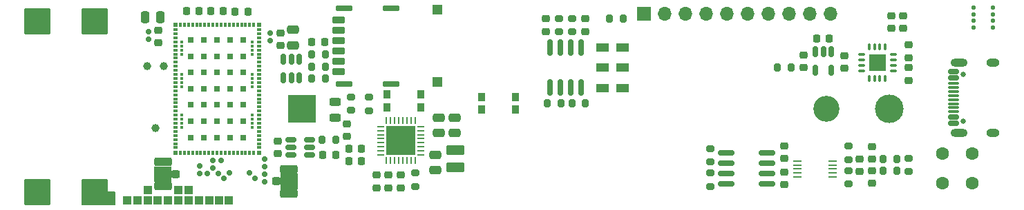
<source format=gbr>
%TF.GenerationSoftware,KiCad,Pcbnew,8.0.3*%
%TF.CreationDate,2025-03-20T13:05:17+01:00*%
%TF.ProjectId,Methanesense,4d657468-616e-4657-9365-6e73652e6b69,v2.0.0*%
%TF.SameCoordinates,Original*%
%TF.FileFunction,Soldermask,Top*%
%TF.FilePolarity,Negative*%
%FSLAX46Y46*%
G04 Gerber Fmt 4.6, Leading zero omitted, Abs format (unit mm)*
G04 Created by KiCad (PCBNEW 8.0.3) date 2025-03-20 13:05:17*
%MOMM*%
%LPD*%
G01*
G04 APERTURE LIST*
G04 Aperture macros list*
%AMRoundRect*
0 Rectangle with rounded corners*
0 $1 Rounding radius*
0 $2 $3 $4 $5 $6 $7 $8 $9 X,Y pos of 4 corners*
0 Add a 4 corners polygon primitive as box body*
4,1,4,$2,$3,$4,$5,$6,$7,$8,$9,$2,$3,0*
0 Add four circle primitives for the rounded corners*
1,1,$1+$1,$2,$3*
1,1,$1+$1,$4,$5*
1,1,$1+$1,$6,$7*
1,1,$1+$1,$8,$9*
0 Add four rect primitives between the rounded corners*
20,1,$1+$1,$2,$3,$4,$5,0*
20,1,$1+$1,$4,$5,$6,$7,0*
20,1,$1+$1,$6,$7,$8,$9,0*
20,1,$1+$1,$8,$9,$2,$3,0*%
G04 Aperture macros list end*
%ADD10C,0.200000*%
%ADD11RoundRect,0.200000X-0.200000X-0.275000X0.200000X-0.275000X0.200000X0.275000X-0.200000X0.275000X0*%
%ADD12RoundRect,0.155000X-0.219203X0.000000X0.000000X-0.219203X0.219203X0.000000X0.000000X0.219203X0*%
%ADD13RoundRect,0.200000X0.200000X0.275000X-0.200000X0.275000X-0.200000X-0.275000X0.200000X-0.275000X0*%
%ADD14RoundRect,0.150000X-0.825000X-0.150000X0.825000X-0.150000X0.825000X0.150000X-0.825000X0.150000X0*%
%ADD15RoundRect,0.225000X-0.250000X0.225000X-0.250000X-0.225000X0.250000X-0.225000X0.250000X0.225000X0*%
%ADD16RoundRect,0.125000X0.137500X-0.125000X0.137500X0.125000X-0.137500X0.125000X-0.137500X-0.125000X0*%
%ADD17RoundRect,0.225000X-0.225000X-0.250000X0.225000X-0.250000X0.225000X0.250000X-0.225000X0.250000X0*%
%ADD18RoundRect,0.225000X0.225000X0.250000X-0.225000X0.250000X-0.225000X-0.250000X0.225000X-0.250000X0*%
%ADD19R,1.600000X1.000000*%
%ADD20RoundRect,0.200000X0.275000X-0.200000X0.275000X0.200000X-0.275000X0.200000X-0.275000X-0.200000X0*%
%ADD21RoundRect,0.102000X1.500000X-1.500000X1.500000X1.500000X-1.500000X1.500000X-1.500000X-1.500000X0*%
%ADD22RoundRect,0.102000X1.475000X-1.500000X1.475000X1.500000X-1.475000X1.500000X-1.475000X-1.500000X0*%
%ADD23RoundRect,0.250000X0.250000X0.475000X-0.250000X0.475000X-0.250000X-0.475000X0.250000X-0.475000X0*%
%ADD24RoundRect,0.218750X-0.256250X0.218750X-0.256250X-0.218750X0.256250X-0.218750X0.256250X0.218750X0*%
%ADD25RoundRect,0.250000X-0.475000X0.250000X-0.475000X-0.250000X0.475000X-0.250000X0.475000X0.250000X0*%
%ADD26R,0.900000X1.000000*%
%ADD27RoundRect,0.200000X-0.275000X0.200000X-0.275000X-0.200000X0.275000X-0.200000X0.275000X0.200000X0*%
%ADD28RoundRect,0.250000X0.475000X-0.250000X0.475000X0.250000X-0.475000X0.250000X-0.475000X-0.250000X0*%
%ADD29RoundRect,0.250000X-0.275000X-0.250000X0.275000X-0.250000X0.275000X0.250000X-0.275000X0.250000X0*%
%ADD30RoundRect,0.250000X-0.850000X-0.275000X0.850000X-0.275000X0.850000X0.275000X-0.850000X0.275000X0*%
%ADD31RoundRect,0.075000X0.075000X-0.350000X0.075000X0.350000X-0.075000X0.350000X-0.075000X-0.350000X0*%
%ADD32RoundRect,0.075000X0.350000X-0.075000X0.350000X0.075000X-0.350000X0.075000X-0.350000X-0.075000X0*%
%ADD33R,2.100000X2.100000*%
%ADD34RoundRect,0.155000X-0.155000X0.155000X-0.155000X-0.155000X0.155000X-0.155000X0.155000X0.155000X0*%
%ADD35RoundRect,0.225000X0.250000X-0.225000X0.250000X0.225000X-0.250000X0.225000X-0.250000X-0.225000X0*%
%ADD36RoundRect,0.150000X-0.150000X0.512500X-0.150000X-0.512500X0.150000X-0.512500X0.150000X0.512500X0*%
%ADD37RoundRect,0.150000X0.150000X-0.825000X0.150000X0.825000X-0.150000X0.825000X-0.150000X-0.825000X0*%
%ADD38RoundRect,0.243750X0.456250X-0.243750X0.456250X0.243750X-0.456250X0.243750X-0.456250X-0.243750X0*%
%ADD39R,1.000000X1.000000*%
%ADD40R,1.100000X0.250000*%
%ADD41RoundRect,0.102000X0.650000X-0.325000X0.650000X0.325000X-0.650000X0.325000X-0.650000X-0.325000X0*%
%ADD42RoundRect,0.102000X0.515000X-0.500000X0.515000X0.500000X-0.515000X0.500000X-0.515000X-0.500000X0*%
%ADD43RoundRect,0.102000X0.900000X-0.240000X0.900000X0.240000X-0.900000X0.240000X-0.900000X-0.240000X0*%
%ADD44R,0.540000X0.540000*%
%ADD45R,0.300000X0.540000*%
%ADD46R,0.540000X0.300000*%
%ADD47R,0.800000X0.800000*%
%ADD48R,0.300000X0.300000*%
%ADD49RoundRect,0.218750X0.256250X-0.218750X0.256250X0.218750X-0.256250X0.218750X-0.256250X-0.218750X0*%
%ADD50RoundRect,0.150000X0.512500X0.150000X-0.512500X0.150000X-0.512500X-0.150000X0.512500X-0.150000X0*%
%ADD51RoundRect,0.250000X0.850000X0.275000X-0.850000X0.275000X-0.850000X-0.275000X0.850000X-0.275000X0*%
%ADD52RoundRect,0.250000X0.275000X0.250000X-0.275000X0.250000X-0.275000X-0.250000X0.275000X-0.250000X0*%
%ADD53R,1.700000X1.700000*%
%ADD54O,1.700000X1.700000*%
%ADD55RoundRect,0.155000X0.000000X0.219203X-0.219203X0.000000X0.000000X-0.219203X0.219203X0.000000X0*%
%ADD56RoundRect,0.155000X-0.155000X-0.155000X0.155000X-0.155000X0.155000X0.155000X-0.155000X0.155000X0*%
%ADD57RoundRect,0.155000X0.000000X-0.219203X0.219203X0.000000X0.000000X0.219203X-0.219203X0.000000X0*%
%ADD58RoundRect,0.062500X0.337500X0.062500X-0.337500X0.062500X-0.337500X-0.062500X0.337500X-0.062500X0*%
%ADD59RoundRect,0.062500X0.062500X0.337500X-0.062500X0.337500X-0.062500X-0.337500X0.062500X-0.337500X0*%
%ADD60C,0.650000*%
%ADD61R,3.600000X3.600000*%
%ADD62RoundRect,0.150000X0.500000X-0.150000X0.500000X0.150000X-0.500000X0.150000X-0.500000X-0.150000X0*%
%ADD63RoundRect,0.075000X0.575000X-0.075000X0.575000X0.075000X-0.575000X0.075000X-0.575000X-0.075000X0*%
%ADD64O,2.100000X1.000000*%
%ADD65O,1.600000X1.000000*%
%ADD66RoundRect,0.155000X0.155000X-0.155000X0.155000X0.155000X-0.155000X0.155000X-0.155000X-0.155000X0*%
%ADD67RoundRect,0.250000X0.850000X-0.375000X0.850000X0.375000X-0.850000X0.375000X-0.850000X-0.375000X0*%
%ADD68RoundRect,0.150000X0.150000X-0.512500X0.150000X0.512500X-0.150000X0.512500X-0.150000X-0.512500X0*%
%ADD69C,1.600000*%
%ADD70C,0.990600*%
%ADD71C,3.200000*%
%ADD72R,3.500000X3.500000*%
%ADD73C,3.500000*%
G04 APERTURE END LIST*
D10*
%TO.C,AE1*%
X40993262Y-73501014D02*
X41993262Y-73501014D01*
X41993262Y-75001014D01*
X37993262Y-75001014D01*
X37993262Y-72001014D01*
X40993262Y-72001014D01*
X40993262Y-73501014D01*
G36*
X40993262Y-73501014D02*
G01*
X41993262Y-73501014D01*
X41993262Y-75001014D01*
X37993262Y-75001014D01*
X37993262Y-72001014D01*
X40993262Y-72001014D01*
X40993262Y-73501014D01*
G37*
%TO.C,J4*%
G36*
X62285000Y-71260000D02*
G01*
X64375000Y-71260000D01*
X64375000Y-73140000D01*
X62285000Y-73140000D01*
X62285000Y-71260000D01*
G37*
%TO.C,J2*%
G36*
X48908004Y-72223999D02*
G01*
X46818004Y-72223999D01*
X46818004Y-70343999D01*
X48908004Y-70343999D01*
X48908004Y-72223999D01*
G37*
%TD*%
D11*
%TO.C,R24*%
X97980000Y-62575000D03*
X99630000Y-62575000D03*
%TD*%
D12*
%TO.C,C30*%
X58460589Y-71160589D03*
X59139411Y-71839411D03*
%TD*%
D13*
%TO.C,R19*%
X67740057Y-58078948D03*
X66090057Y-58078948D03*
%TD*%
%TO.C,R26*%
X104250000Y-52200000D03*
X102600000Y-52200000D03*
%TD*%
D14*
%TO.C,Q1*%
X116925000Y-68695000D03*
X116925000Y-69965000D03*
X116925000Y-71235000D03*
X116925000Y-72505000D03*
X121875000Y-72505000D03*
X121875000Y-71235000D03*
X121875000Y-69965000D03*
X121875000Y-68695000D03*
%TD*%
D15*
%TO.C,C34*%
X62250000Y-53975000D03*
X62250000Y-55525000D03*
%TD*%
D16*
%TO.C,U6*%
X147212500Y-53249460D03*
X147212500Y-52449460D03*
X147212500Y-51649460D03*
X147212500Y-50849460D03*
X149587500Y-50849460D03*
X149587500Y-51649460D03*
X149587500Y-52449460D03*
X149587500Y-53249460D03*
%TD*%
D17*
%TO.C,C23*%
X56725000Y-51300000D03*
X58275000Y-51300000D03*
%TD*%
D15*
%TO.C,C38*%
X138600000Y-51825000D03*
X138600000Y-53375000D03*
%TD*%
D18*
%TO.C,C8*%
X129517508Y-54616010D03*
X127967508Y-54616010D03*
%TD*%
D19*
%TO.C,SW4*%
X104171407Y-55705683D03*
X104171407Y-58205683D03*
X104171407Y-60705683D03*
X101771407Y-55705683D03*
X101771407Y-58205683D03*
X101771407Y-60705683D03*
%TD*%
D12*
%TO.C,C27*%
X54000000Y-70541531D03*
X54678822Y-71220353D03*
%TD*%
D20*
%TO.C,R8*%
X131853848Y-69502889D03*
X131853848Y-67852889D03*
%TD*%
D13*
%TO.C,R18*%
X67750781Y-56566905D03*
X66100781Y-56566905D03*
%TD*%
D21*
%TO.C,AE1*%
X32493262Y-73501014D03*
X32493262Y-52501014D03*
D22*
X39518262Y-52501014D03*
%TD*%
D15*
%TO.C,C3*%
X139200000Y-55425000D03*
X139200000Y-56975000D03*
%TD*%
D23*
%TO.C,C21*%
X47550000Y-52000000D03*
X45650000Y-52000000D03*
%TD*%
D24*
%TO.C,D10*%
X75515686Y-71412500D03*
X75515686Y-72987500D03*
%TD*%
%TO.C,D9*%
X74015686Y-71412500D03*
X74015686Y-72987500D03*
%TD*%
D20*
%TO.C,R9*%
X139200000Y-71000000D03*
X139200000Y-69350000D03*
%TD*%
D24*
%TO.C,D11*%
X77015686Y-71412500D03*
X77015686Y-72987500D03*
%TD*%
D25*
%TO.C,C22*%
X63839870Y-53550000D03*
X63839870Y-55450000D03*
%TD*%
D26*
%TO.C,SW1*%
X86950000Y-61800000D03*
X91050000Y-61800000D03*
X86950000Y-63400000D03*
X91050000Y-63400000D03*
%TD*%
D18*
%TO.C,C16*%
X72175000Y-68200000D03*
X70625000Y-68200000D03*
%TD*%
D27*
%TO.C,R22*%
X98000000Y-52175000D03*
X98000000Y-53825000D03*
%TD*%
D28*
%TO.C,C12*%
X81650883Y-66250000D03*
X81650883Y-64350000D03*
%TD*%
D29*
%TO.C,J4*%
X61750000Y-72200000D03*
D30*
X63275000Y-70725000D03*
X63275000Y-73675000D03*
%TD*%
D31*
%TO.C,U7*%
X134425000Y-59550000D03*
X135075000Y-59550000D03*
X135725000Y-59550000D03*
X136375000Y-59550000D03*
D32*
X137350000Y-58575000D03*
X137350000Y-57925000D03*
X137350000Y-57275000D03*
X137350000Y-56625000D03*
D31*
X136375000Y-55650000D03*
X135725000Y-55650000D03*
X135075000Y-55650000D03*
X134425000Y-55650000D03*
D32*
X133450000Y-56625000D03*
X133450000Y-57275000D03*
X133450000Y-57925000D03*
X133450000Y-58575000D03*
D33*
X135400000Y-57600000D03*
%TD*%
D20*
%TO.C,R7*%
X131853848Y-72502889D03*
X131853848Y-70852889D03*
%TD*%
D34*
%TO.C,C35*%
X61026703Y-53926959D03*
X61026703Y-54886959D03*
%TD*%
D35*
%TO.C,C17*%
X133269945Y-70976036D03*
X133269945Y-69426036D03*
%TD*%
D15*
%TO.C,C20*%
X124000000Y-71050000D03*
X124000000Y-72600000D03*
%TD*%
D36*
%TO.C,U4*%
X129750000Y-56262500D03*
X128800000Y-56262500D03*
X127850000Y-56262500D03*
X127850000Y-58537500D03*
X129750000Y-58537500D03*
%TD*%
D35*
%TO.C,C13*%
X134738938Y-72430498D03*
X134738938Y-70880498D03*
%TD*%
D27*
%TO.C,R10*%
X114925000Y-71175000D03*
X114925000Y-72825000D03*
%TD*%
D37*
%TO.C,Q2*%
X95295000Y-60650000D03*
X96565000Y-60650000D03*
X97835000Y-60650000D03*
X99105000Y-60650000D03*
X99105000Y-55700000D03*
X97835000Y-55700000D03*
X96565000Y-55700000D03*
X95295000Y-55700000D03*
%TD*%
D38*
%TO.C,F1*%
X69000000Y-64337500D03*
X69000000Y-62462500D03*
%TD*%
D35*
%TO.C,C7*%
X131340000Y-58315000D03*
X131340000Y-56765000D03*
%TD*%
D39*
%TO.C,C2*%
X51015416Y-74529771D03*
X51015416Y-73279771D03*
%TD*%
D40*
%TO.C,U2*%
X129888938Y-71680498D03*
X129888938Y-71180498D03*
X129888938Y-70680498D03*
X129888938Y-70180498D03*
X129888938Y-69680498D03*
X125588938Y-69680498D03*
X125588938Y-70180498D03*
X125588938Y-70680498D03*
X125588938Y-71180498D03*
X125588938Y-71680498D03*
%TD*%
D17*
%TO.C,C28*%
X67463557Y-68959686D03*
X69013557Y-68959686D03*
%TD*%
D41*
%TO.C,J3*%
X69395000Y-53630000D03*
X69395000Y-56170000D03*
X69395000Y-57440000D03*
X69395000Y-52360000D03*
X69395000Y-54900000D03*
X69395000Y-58710000D03*
D42*
X81535000Y-51075000D03*
D43*
X75815000Y-50880000D03*
X70065000Y-50880000D03*
X70065000Y-60210000D03*
X75815000Y-60210000D03*
D42*
X81535000Y-60005000D03*
%TD*%
D11*
%TO.C,R2*%
X136113938Y-70880498D03*
X137763938Y-70880498D03*
%TD*%
D39*
%TO.C,L5*%
X46013705Y-74495771D03*
X46013705Y-73245771D03*
%TD*%
D13*
%TO.C,R20*%
X67750000Y-59555000D03*
X66100000Y-59555000D03*
%TD*%
D35*
%TO.C,C19*%
X124000000Y-69375000D03*
X124000000Y-67825000D03*
%TD*%
D44*
%TO.C,U5*%
X59615000Y-52930000D03*
D45*
X58995000Y-52930000D03*
X58495000Y-52930000D03*
X57995000Y-52930000D03*
X57495000Y-52930000D03*
X56995000Y-52930000D03*
X56495000Y-52930000D03*
X55995000Y-52930000D03*
X55495000Y-52930000D03*
X54995000Y-52930000D03*
X54495000Y-52930000D03*
X53995000Y-52930000D03*
X53495000Y-52930000D03*
X52995000Y-52930000D03*
X52495000Y-52930000D03*
X51995000Y-52930000D03*
X51495000Y-52930000D03*
X50995000Y-52930000D03*
X50495000Y-52930000D03*
X49995000Y-52930000D03*
D44*
X49375000Y-52930000D03*
D46*
X49375000Y-53550000D03*
X49375000Y-54050000D03*
X49375000Y-54550000D03*
X49375000Y-55050000D03*
X49375000Y-55550000D03*
X49375000Y-56050000D03*
X49375000Y-56550000D03*
X49375000Y-57050000D03*
X49375000Y-57550000D03*
X49375000Y-58050000D03*
X49375000Y-58550000D03*
X49375000Y-59050000D03*
X49375000Y-59550000D03*
X49375000Y-60050000D03*
X49375000Y-60550000D03*
X49375000Y-61050000D03*
X49375000Y-61550000D03*
X49375000Y-62050000D03*
X49375000Y-62550000D03*
X49375000Y-63050000D03*
X49375000Y-63550000D03*
X49375000Y-64050000D03*
X49375000Y-64550000D03*
X49375000Y-65050000D03*
X49375000Y-65550000D03*
X49375000Y-66050000D03*
X49375000Y-66550000D03*
X49375000Y-67050000D03*
X49375000Y-67550000D03*
X49375000Y-68050000D03*
D44*
X49375000Y-68670000D03*
D45*
X49995000Y-68670000D03*
X50495000Y-68670000D03*
X50995000Y-68670000D03*
X51495000Y-68670000D03*
X51995000Y-68670000D03*
X52495000Y-68670000D03*
X52995000Y-68670000D03*
X53495000Y-68670000D03*
X53995000Y-68670000D03*
X54495000Y-68670000D03*
X54995000Y-68670000D03*
X55495000Y-68670000D03*
X55995000Y-68670000D03*
X56495000Y-68670000D03*
X56995000Y-68670000D03*
X57495000Y-68670000D03*
X57995000Y-68670000D03*
X58495000Y-68670000D03*
X58995000Y-68670000D03*
D44*
X59615000Y-68670000D03*
D46*
X59615000Y-68050000D03*
X59615000Y-67550000D03*
X59615000Y-67050000D03*
X59615000Y-66550000D03*
X59615000Y-66050000D03*
X59615000Y-65550000D03*
X59615000Y-65050000D03*
X59615000Y-64550000D03*
X59615000Y-64050000D03*
X59615000Y-63550000D03*
X59615000Y-63050000D03*
X59615000Y-62550000D03*
X59615000Y-62050000D03*
X59615000Y-61550000D03*
X59615000Y-61050000D03*
X59615000Y-60550000D03*
X59615000Y-60050000D03*
X59615000Y-59550000D03*
X59615000Y-59050000D03*
X59615000Y-58550000D03*
X59615000Y-58050000D03*
X59615000Y-57550000D03*
X59615000Y-57050000D03*
X59615000Y-56550000D03*
X59615000Y-56050000D03*
X59615000Y-55550000D03*
X59615000Y-55050000D03*
X59615000Y-54550000D03*
X59615000Y-54050000D03*
X59615000Y-53550000D03*
D47*
X57695000Y-54800000D03*
X56095000Y-54800000D03*
X54495000Y-54800000D03*
X52895000Y-54800000D03*
X51295000Y-54800000D03*
X57695000Y-56800000D03*
X56095000Y-56800000D03*
X54495000Y-56800000D03*
X52895000Y-56800000D03*
X51295000Y-56800000D03*
X57695000Y-58800000D03*
X56095000Y-58800000D03*
X54495000Y-58800000D03*
X52895000Y-58800000D03*
X51295000Y-58800000D03*
X57695000Y-60800000D03*
X56095000Y-60800000D03*
X54495000Y-60800000D03*
X52895000Y-60800000D03*
X51295000Y-60800000D03*
X57695000Y-62800000D03*
X56095000Y-62800000D03*
X54495000Y-62800000D03*
X52895000Y-62800000D03*
X51295000Y-62800000D03*
X57695000Y-64800000D03*
X56095000Y-64800000D03*
X54495000Y-64800000D03*
X52895000Y-64800000D03*
X51295000Y-64800000D03*
X57695000Y-66800000D03*
X56095000Y-66800000D03*
X54495000Y-66800000D03*
X52895000Y-66800000D03*
X51295000Y-66800000D03*
D48*
X50145000Y-55050000D03*
X50145000Y-55550000D03*
X50145000Y-56050000D03*
X50145000Y-56550000D03*
X50145000Y-59050000D03*
X50145000Y-59550000D03*
X50145000Y-60050000D03*
X50145000Y-60550000D03*
X50145000Y-64050000D03*
X50145000Y-64550000D03*
X50145000Y-65050000D03*
X50145000Y-65550000D03*
X58845000Y-65550000D03*
X58845000Y-65050000D03*
X58845000Y-64550000D03*
X58845000Y-64050000D03*
X58845000Y-60550000D03*
X58845000Y-60050000D03*
X58845000Y-59550000D03*
X58845000Y-59050000D03*
X58845000Y-56550000D03*
X58845000Y-56050000D03*
X58845000Y-55550000D03*
X58845000Y-55050000D03*
%TD*%
D49*
%TO.C,D6*%
X99600000Y-53787500D03*
X99600000Y-52212500D03*
%TD*%
D39*
%TO.C,L1*%
X53518881Y-74499594D03*
X52268881Y-74499594D03*
%TD*%
D28*
%TO.C,C10*%
X81215686Y-70850000D03*
X81215686Y-68950000D03*
%TD*%
D50*
%TO.C,U9*%
X65837500Y-68949999D03*
X65837500Y-68000000D03*
X65837500Y-67050001D03*
X63562500Y-67050001D03*
X63562500Y-68000000D03*
X63562500Y-68949999D03*
%TD*%
D51*
%TO.C,J2*%
X47918004Y-69808999D03*
X47918004Y-72758999D03*
D52*
X49443004Y-71283999D03*
%TD*%
D13*
%TO.C,R17*%
X69050000Y-67085000D03*
X67400000Y-67085000D03*
%TD*%
D20*
%TO.C,R4*%
X78800000Y-72825000D03*
X78800000Y-71175000D03*
%TD*%
D53*
%TO.C,J5*%
X106840000Y-51600000D03*
D54*
X109380000Y-51600000D03*
X111920000Y-51600000D03*
X114460000Y-51600000D03*
X117000000Y-51600000D03*
X119540000Y-51600000D03*
X122080000Y-51600000D03*
X124620000Y-51600000D03*
X127160000Y-51600000D03*
X129700000Y-51600000D03*
%TD*%
D18*
%TO.C,C25*%
X52316493Y-51247757D03*
X50766493Y-51247757D03*
%TD*%
D15*
%TO.C,C14*%
X134738938Y-67930498D03*
X134738938Y-69480498D03*
%TD*%
%TO.C,C39*%
X137085527Y-51825000D03*
X137085527Y-53375000D03*
%TD*%
D35*
%TO.C,C24*%
X61900000Y-68775000D03*
X61900000Y-67225000D03*
%TD*%
D55*
%TO.C,C5*%
X54000000Y-70540666D03*
X53321178Y-71219488D03*
%TD*%
D18*
%TO.C,C31*%
X67675000Y-55100000D03*
X66125000Y-55100000D03*
%TD*%
D27*
%TO.C,TH1*%
X70897162Y-61817763D03*
X70897162Y-63467763D03*
%TD*%
D34*
%TO.C,C33*%
X46099560Y-53786190D03*
X46099560Y-54746190D03*
%TD*%
D11*
%TO.C,R5*%
X123175000Y-58200000D03*
X124825000Y-58200000D03*
%TD*%
D26*
%TO.C,SW3*%
X79450000Y-63095085D03*
X75350000Y-63095085D03*
X79450000Y-61495085D03*
X75350000Y-61495085D03*
%TD*%
D56*
%TO.C,C26*%
X54004468Y-69658168D03*
X54964468Y-69658168D03*
%TD*%
D20*
%TO.C,R1*%
X73154378Y-63525000D03*
X73154378Y-61875000D03*
%TD*%
D28*
%TO.C,C37*%
X83615686Y-66250000D03*
X83615686Y-64350000D03*
%TD*%
D57*
%TO.C,L2*%
X55357566Y-71845578D03*
X56036388Y-71166756D03*
%TD*%
D39*
%TO.C,L4*%
X49757182Y-74495771D03*
X49757182Y-73245771D03*
%TD*%
D58*
%TO.C,U3*%
X79465686Y-68950000D03*
X79465686Y-68450000D03*
X79465686Y-67950000D03*
X79465686Y-67450000D03*
X79465686Y-66950000D03*
X79465686Y-66450000D03*
X79465686Y-65950000D03*
X79465686Y-65450000D03*
D59*
X78765686Y-64750000D03*
X78265686Y-64750000D03*
X77765686Y-64750000D03*
X77265686Y-64750000D03*
X76765686Y-64750000D03*
X76265686Y-64750000D03*
X75765686Y-64750000D03*
X75265686Y-64750000D03*
D58*
X74565686Y-65450000D03*
X74565686Y-65950000D03*
X74565686Y-66450000D03*
X74565686Y-66950000D03*
X74565686Y-67450000D03*
X74565686Y-67950000D03*
X74565686Y-68450000D03*
X74565686Y-68950000D03*
D59*
X75265686Y-69650000D03*
X75765686Y-69650000D03*
X76265686Y-69650000D03*
X76765686Y-69650000D03*
X77265686Y-69650000D03*
X77765686Y-69650000D03*
X78265686Y-69650000D03*
X78765686Y-69650000D03*
D60*
X78015686Y-68200000D03*
X78015686Y-67200000D03*
X78015686Y-66200000D03*
X77015686Y-68200000D03*
X77015686Y-67200000D03*
D61*
X77015686Y-67200000D03*
D60*
X77015686Y-66200000D03*
X76015686Y-68200000D03*
X76015686Y-67200000D03*
X76015686Y-66200000D03*
%TD*%
%TO.C,J1*%
X145895000Y-64780000D03*
X145895000Y-59000000D03*
D62*
X144755000Y-65090000D03*
X144755000Y-64290000D03*
D63*
X144755000Y-63140000D03*
X144755000Y-62140000D03*
X144755000Y-61640000D03*
X144755000Y-60640000D03*
D62*
X144755000Y-59490000D03*
X144755000Y-58690000D03*
X144755000Y-58690000D03*
X144755000Y-59490000D03*
D63*
X144755000Y-60140000D03*
X144755000Y-61140000D03*
X144755000Y-62640000D03*
X144755000Y-63640000D03*
D62*
X144755000Y-64290000D03*
X144755000Y-65090000D03*
D64*
X145395000Y-66210000D03*
D65*
X149575000Y-66210000D03*
D64*
X145395000Y-57570000D03*
D65*
X149575000Y-57570000D03*
%TD*%
D15*
%TO.C,C32*%
X47250000Y-53625000D03*
X47250000Y-55175000D03*
%TD*%
D39*
%TO.C,C1*%
X55952801Y-74499594D03*
X54702801Y-74499594D03*
%TD*%
D11*
%TO.C,R25*%
X94980000Y-62575000D03*
X96630000Y-62575000D03*
%TD*%
%TO.C,R3*%
X136113938Y-69480498D03*
X137763938Y-69480498D03*
%TD*%
D39*
%TO.C,C4*%
X48465600Y-74499594D03*
X47215600Y-74499594D03*
%TD*%
%TO.C,L6*%
X44768371Y-74499594D03*
X43518371Y-74499594D03*
%TD*%
D66*
%TO.C,L8*%
X60300000Y-72280000D03*
X60300000Y-71320000D03*
%TD*%
D15*
%TO.C,C15*%
X70400000Y-65125000D03*
X70400000Y-66675000D03*
%TD*%
D35*
%TO.C,C9*%
X126352473Y-58222946D03*
X126352473Y-56672946D03*
%TD*%
D66*
%TO.C,C29*%
X60300000Y-70380000D03*
X60300000Y-69420000D03*
%TD*%
D49*
%TO.C,D5*%
X94800000Y-53787500D03*
X94800000Y-52212500D03*
%TD*%
D27*
%TO.C,R11*%
X114925000Y-68175000D03*
X114925000Y-69825000D03*
%TD*%
D35*
%TO.C,C6*%
X139200000Y-59775000D03*
X139200000Y-58225000D03*
%TD*%
D67*
%TO.C,L3*%
X83715686Y-70475000D03*
X83715686Y-68325000D03*
%TD*%
D18*
%TO.C,C11*%
X72175000Y-69700000D03*
X70625000Y-69700000D03*
%TD*%
D68*
%TO.C,U8*%
X62650000Y-59437500D03*
X63600000Y-59437500D03*
X64550000Y-59437500D03*
X64550000Y-57162500D03*
X63600000Y-57162500D03*
X62650000Y-57162500D03*
%TD*%
D66*
%TO.C,L7*%
X52341297Y-71274359D03*
X52341297Y-70314359D03*
%TD*%
D18*
%TO.C,C36*%
X55275000Y-51250000D03*
X53725000Y-51250000D03*
%TD*%
D20*
%TO.C,R23*%
X96400000Y-53825000D03*
X96400000Y-52175000D03*
%TD*%
D69*
%TO.C,S1*%
X147000000Y-72400000D03*
X143400000Y-72400000D03*
X143400000Y-68800000D03*
X147000000Y-68800000D03*
%TD*%
D70*
%TO.C,J6*%
X45968000Y-58000000D03*
X46984000Y-65620000D03*
X48000000Y-58000000D03*
%TD*%
D71*
%TO.C,BT1*%
X129150000Y-63250000D03*
D72*
X64895000Y-63250000D03*
D73*
X136895000Y-63250000D03*
%TD*%
M02*

</source>
